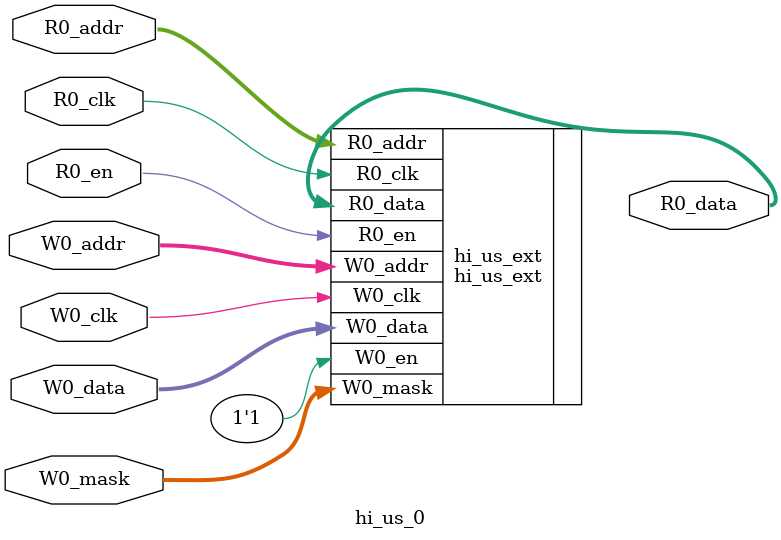
<source format=sv>
`ifndef RANDOMIZE
  `ifdef RANDOMIZE_MEM_INIT
    `define RANDOMIZE
  `endif // RANDOMIZE_MEM_INIT
`endif // not def RANDOMIZE
`ifndef RANDOMIZE
  `ifdef RANDOMIZE_REG_INIT
    `define RANDOMIZE
  `endif // RANDOMIZE_REG_INIT
`endif // not def RANDOMIZE

`ifndef RANDOM
  `define RANDOM $random
`endif // not def RANDOM

// Users can define INIT_RANDOM as general code that gets injected into the
// initializer block for modules with registers.
`ifndef INIT_RANDOM
  `define INIT_RANDOM
`endif // not def INIT_RANDOM

// If using random initialization, you can also define RANDOMIZE_DELAY to
// customize the delay used, otherwise 0.002 is used.
`ifndef RANDOMIZE_DELAY
  `define RANDOMIZE_DELAY 0.002
`endif // not def RANDOMIZE_DELAY

// Define INIT_RANDOM_PROLOG_ for use in our modules below.
`ifndef INIT_RANDOM_PROLOG_
  `ifdef RANDOMIZE
    `ifdef VERILATOR
      `define INIT_RANDOM_PROLOG_ `INIT_RANDOM
    `else  // VERILATOR
      `define INIT_RANDOM_PROLOG_ `INIT_RANDOM #`RANDOMIZE_DELAY begin end
    `endif // VERILATOR
  `else  // RANDOMIZE
    `define INIT_RANDOM_PROLOG_
  `endif // RANDOMIZE
`endif // not def INIT_RANDOM_PROLOG_

// Include register initializers in init blocks unless synthesis is set
`ifndef SYNTHESIS
  `ifndef ENABLE_INITIAL_REG_
    `define ENABLE_INITIAL_REG_
  `endif // not def ENABLE_INITIAL_REG_
`endif // not def SYNTHESIS

// Include rmemory initializers in init blocks unless synthesis is set
`ifndef SYNTHESIS
  `ifndef ENABLE_INITIAL_MEM_
    `define ENABLE_INITIAL_MEM_
  `endif // not def ENABLE_INITIAL_MEM_
`endif // not def SYNTHESIS

// Standard header to adapt well known macros for prints and assertions.

// Users can define 'PRINTF_COND' to add an extra gate to prints.
`ifndef PRINTF_COND_
  `ifdef PRINTF_COND
    `define PRINTF_COND_ (`PRINTF_COND)
  `else  // PRINTF_COND
    `define PRINTF_COND_ 1
  `endif // PRINTF_COND
`endif // not def PRINTF_COND_

// Users can define 'ASSERT_VERBOSE_COND' to add an extra gate to assert error printing.
`ifndef ASSERT_VERBOSE_COND_
  `ifdef ASSERT_VERBOSE_COND
    `define ASSERT_VERBOSE_COND_ (`ASSERT_VERBOSE_COND)
  `else  // ASSERT_VERBOSE_COND
    `define ASSERT_VERBOSE_COND_ 1
  `endif // ASSERT_VERBOSE_COND
`endif // not def ASSERT_VERBOSE_COND_

// Users can define 'STOP_COND' to add an extra gate to stop conditions.
`ifndef STOP_COND_
  `ifdef STOP_COND
    `define STOP_COND_ (`STOP_COND)
  `else  // STOP_COND
    `define STOP_COND_ 1
  `endif // STOP_COND
`endif // not def STOP_COND_

module hi_us_0(	// @[generators/boom/src/main/scala/ifu/bpd/tage.scala:89:27]
  input  [6:0] R0_addr,
  input        R0_en,
               R0_clk,
  output [3:0] R0_data,
  input  [6:0] W0_addr,
  input        W0_clk,
  input  [3:0] W0_data,
               W0_mask
);

  hi_us_ext hi_us_ext (	// @[generators/boom/src/main/scala/ifu/bpd/tage.scala:89:27]
    .R0_addr (R0_addr),
    .R0_en   (R0_en),
    .R0_clk  (R0_clk),
    .R0_data (R0_data),
    .W0_addr (W0_addr),
    .W0_en   (1'h1),	// @[generators/boom/src/main/scala/ifu/bpd/tage.scala:89:27]
    .W0_clk  (W0_clk),
    .W0_data (W0_data),
    .W0_mask (W0_mask)
  );
endmodule


</source>
